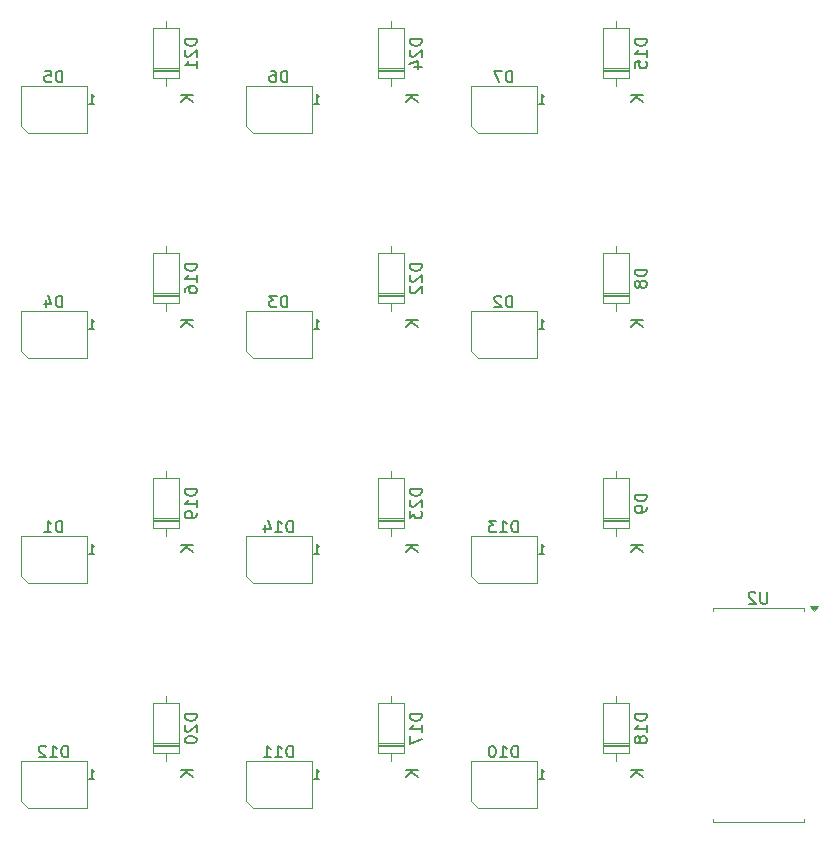
<source format=gbr>
%TF.GenerationSoftware,KiCad,Pcbnew,8.0.8*%
%TF.CreationDate,2025-02-19T23:36:16+01:00*%
%TF.ProjectId,Hackpad2.0,4861636b-7061-4643-922e-302e6b696361,rev?*%
%TF.SameCoordinates,Original*%
%TF.FileFunction,Legend,Bot*%
%TF.FilePolarity,Positive*%
%FSLAX46Y46*%
G04 Gerber Fmt 4.6, Leading zero omitted, Abs format (unit mm)*
G04 Created by KiCad (PCBNEW 8.0.8) date 2025-02-19 23:36:16*
%MOMM*%
%LPD*%
G01*
G04 APERTURE LIST*
%ADD10C,0.150000*%
%ADD11C,0.120000*%
G04 APERTURE END LIST*
D10*
X169262319Y-115466964D02*
X168262319Y-115466964D01*
X168262319Y-115466964D02*
X168262319Y-115705059D01*
X168262319Y-115705059D02*
X168309938Y-115847916D01*
X168309938Y-115847916D02*
X168405176Y-115943154D01*
X168405176Y-115943154D02*
X168500414Y-115990773D01*
X168500414Y-115990773D02*
X168690890Y-116038392D01*
X168690890Y-116038392D02*
X168833747Y-116038392D01*
X168833747Y-116038392D02*
X169024223Y-115990773D01*
X169024223Y-115990773D02*
X169119461Y-115943154D01*
X169119461Y-115943154D02*
X169214700Y-115847916D01*
X169214700Y-115847916D02*
X169262319Y-115705059D01*
X169262319Y-115705059D02*
X169262319Y-115466964D01*
X169262319Y-116990773D02*
X169262319Y-116419345D01*
X169262319Y-116705059D02*
X168262319Y-116705059D01*
X168262319Y-116705059D02*
X168405176Y-116609821D01*
X168405176Y-116609821D02*
X168500414Y-116514583D01*
X168500414Y-116514583D02*
X168548033Y-116419345D01*
X168690890Y-117562202D02*
X168643271Y-117466964D01*
X168643271Y-117466964D02*
X168595652Y-117419345D01*
X168595652Y-117419345D02*
X168500414Y-117371726D01*
X168500414Y-117371726D02*
X168452795Y-117371726D01*
X168452795Y-117371726D02*
X168357557Y-117419345D01*
X168357557Y-117419345D02*
X168309938Y-117466964D01*
X168309938Y-117466964D02*
X168262319Y-117562202D01*
X168262319Y-117562202D02*
X168262319Y-117752678D01*
X168262319Y-117752678D02*
X168309938Y-117847916D01*
X168309938Y-117847916D02*
X168357557Y-117895535D01*
X168357557Y-117895535D02*
X168452795Y-117943154D01*
X168452795Y-117943154D02*
X168500414Y-117943154D01*
X168500414Y-117943154D02*
X168595652Y-117895535D01*
X168595652Y-117895535D02*
X168643271Y-117847916D01*
X168643271Y-117847916D02*
X168690890Y-117752678D01*
X168690890Y-117752678D02*
X168690890Y-117562202D01*
X168690890Y-117562202D02*
X168738509Y-117466964D01*
X168738509Y-117466964D02*
X168786128Y-117419345D01*
X168786128Y-117419345D02*
X168881366Y-117371726D01*
X168881366Y-117371726D02*
X169071842Y-117371726D01*
X169071842Y-117371726D02*
X169167080Y-117419345D01*
X169167080Y-117419345D02*
X169214700Y-117466964D01*
X169214700Y-117466964D02*
X169262319Y-117562202D01*
X169262319Y-117562202D02*
X169262319Y-117752678D01*
X169262319Y-117752678D02*
X169214700Y-117847916D01*
X169214700Y-117847916D02*
X169167080Y-117895535D01*
X169167080Y-117895535D02*
X169071842Y-117943154D01*
X169071842Y-117943154D02*
X168881366Y-117943154D01*
X168881366Y-117943154D02*
X168786128Y-117895535D01*
X168786128Y-117895535D02*
X168738509Y-117847916D01*
X168738509Y-117847916D02*
X168690890Y-117752678D01*
X168942319Y-120229345D02*
X167942319Y-120229345D01*
X168942319Y-120800773D02*
X168370890Y-120372202D01*
X167942319Y-120800773D02*
X168513747Y-120229345D01*
X157900594Y-81048569D02*
X157900594Y-80048569D01*
X157900594Y-80048569D02*
X157662499Y-80048569D01*
X157662499Y-80048569D02*
X157519642Y-80096188D01*
X157519642Y-80096188D02*
X157424404Y-80191426D01*
X157424404Y-80191426D02*
X157376785Y-80286664D01*
X157376785Y-80286664D02*
X157329166Y-80477140D01*
X157329166Y-80477140D02*
X157329166Y-80619997D01*
X157329166Y-80619997D02*
X157376785Y-80810473D01*
X157376785Y-80810473D02*
X157424404Y-80905711D01*
X157424404Y-80905711D02*
X157519642Y-81000950D01*
X157519642Y-81000950D02*
X157662499Y-81048569D01*
X157662499Y-81048569D02*
X157900594Y-81048569D01*
X156948213Y-80143807D02*
X156900594Y-80096188D01*
X156900594Y-80096188D02*
X156805356Y-80048569D01*
X156805356Y-80048569D02*
X156567261Y-80048569D01*
X156567261Y-80048569D02*
X156472023Y-80096188D01*
X156472023Y-80096188D02*
X156424404Y-80143807D01*
X156424404Y-80143807D02*
X156376785Y-80239045D01*
X156376785Y-80239045D02*
X156376785Y-80334283D01*
X156376785Y-80334283D02*
X156424404Y-80477140D01*
X156424404Y-80477140D02*
X156995832Y-81048569D01*
X156995832Y-81048569D02*
X156376785Y-81048569D01*
X160133928Y-82831045D02*
X160591071Y-82831045D01*
X160362499Y-82831045D02*
X160362499Y-82031045D01*
X160362499Y-82031045D02*
X160438690Y-82145330D01*
X160438690Y-82145330D02*
X160514880Y-82221521D01*
X160514880Y-82221521D02*
X160591071Y-82259616D01*
X169262319Y-58316964D02*
X168262319Y-58316964D01*
X168262319Y-58316964D02*
X168262319Y-58555059D01*
X168262319Y-58555059D02*
X168309938Y-58697916D01*
X168309938Y-58697916D02*
X168405176Y-58793154D01*
X168405176Y-58793154D02*
X168500414Y-58840773D01*
X168500414Y-58840773D02*
X168690890Y-58888392D01*
X168690890Y-58888392D02*
X168833747Y-58888392D01*
X168833747Y-58888392D02*
X169024223Y-58840773D01*
X169024223Y-58840773D02*
X169119461Y-58793154D01*
X169119461Y-58793154D02*
X169214700Y-58697916D01*
X169214700Y-58697916D02*
X169262319Y-58555059D01*
X169262319Y-58555059D02*
X169262319Y-58316964D01*
X169262319Y-59840773D02*
X169262319Y-59269345D01*
X169262319Y-59555059D02*
X168262319Y-59555059D01*
X168262319Y-59555059D02*
X168405176Y-59459821D01*
X168405176Y-59459821D02*
X168500414Y-59364583D01*
X168500414Y-59364583D02*
X168548033Y-59269345D01*
X168262319Y-60745535D02*
X168262319Y-60269345D01*
X168262319Y-60269345D02*
X168738509Y-60221726D01*
X168738509Y-60221726D02*
X168690890Y-60269345D01*
X168690890Y-60269345D02*
X168643271Y-60364583D01*
X168643271Y-60364583D02*
X168643271Y-60602678D01*
X168643271Y-60602678D02*
X168690890Y-60697916D01*
X168690890Y-60697916D02*
X168738509Y-60745535D01*
X168738509Y-60745535D02*
X168833747Y-60793154D01*
X168833747Y-60793154D02*
X169071842Y-60793154D01*
X169071842Y-60793154D02*
X169167080Y-60745535D01*
X169167080Y-60745535D02*
X169214700Y-60697916D01*
X169214700Y-60697916D02*
X169262319Y-60602678D01*
X169262319Y-60602678D02*
X169262319Y-60364583D01*
X169262319Y-60364583D02*
X169214700Y-60269345D01*
X169214700Y-60269345D02*
X169167080Y-60221726D01*
X168942319Y-63079345D02*
X167942319Y-63079345D01*
X168942319Y-63650773D02*
X168370890Y-63222202D01*
X167942319Y-63650773D02*
X168513747Y-63079345D01*
X131162319Y-77366964D02*
X130162319Y-77366964D01*
X130162319Y-77366964D02*
X130162319Y-77605059D01*
X130162319Y-77605059D02*
X130209938Y-77747916D01*
X130209938Y-77747916D02*
X130305176Y-77843154D01*
X130305176Y-77843154D02*
X130400414Y-77890773D01*
X130400414Y-77890773D02*
X130590890Y-77938392D01*
X130590890Y-77938392D02*
X130733747Y-77938392D01*
X130733747Y-77938392D02*
X130924223Y-77890773D01*
X130924223Y-77890773D02*
X131019461Y-77843154D01*
X131019461Y-77843154D02*
X131114700Y-77747916D01*
X131114700Y-77747916D02*
X131162319Y-77605059D01*
X131162319Y-77605059D02*
X131162319Y-77366964D01*
X131162319Y-78890773D02*
X131162319Y-78319345D01*
X131162319Y-78605059D02*
X130162319Y-78605059D01*
X130162319Y-78605059D02*
X130305176Y-78509821D01*
X130305176Y-78509821D02*
X130400414Y-78414583D01*
X130400414Y-78414583D02*
X130448033Y-78319345D01*
X130162319Y-79747916D02*
X130162319Y-79557440D01*
X130162319Y-79557440D02*
X130209938Y-79462202D01*
X130209938Y-79462202D02*
X130257557Y-79414583D01*
X130257557Y-79414583D02*
X130400414Y-79319345D01*
X130400414Y-79319345D02*
X130590890Y-79271726D01*
X130590890Y-79271726D02*
X130971842Y-79271726D01*
X130971842Y-79271726D02*
X131067080Y-79319345D01*
X131067080Y-79319345D02*
X131114700Y-79366964D01*
X131114700Y-79366964D02*
X131162319Y-79462202D01*
X131162319Y-79462202D02*
X131162319Y-79652678D01*
X131162319Y-79652678D02*
X131114700Y-79747916D01*
X131114700Y-79747916D02*
X131067080Y-79795535D01*
X131067080Y-79795535D02*
X130971842Y-79843154D01*
X130971842Y-79843154D02*
X130733747Y-79843154D01*
X130733747Y-79843154D02*
X130638509Y-79795535D01*
X130638509Y-79795535D02*
X130590890Y-79747916D01*
X130590890Y-79747916D02*
X130543271Y-79652678D01*
X130543271Y-79652678D02*
X130543271Y-79462202D01*
X130543271Y-79462202D02*
X130590890Y-79366964D01*
X130590890Y-79366964D02*
X130638509Y-79319345D01*
X130638509Y-79319345D02*
X130733747Y-79271726D01*
X130842319Y-82129345D02*
X129842319Y-82129345D01*
X130842319Y-82700773D02*
X130270890Y-82272202D01*
X129842319Y-82700773D02*
X130413747Y-82129345D01*
X131162319Y-58316964D02*
X130162319Y-58316964D01*
X130162319Y-58316964D02*
X130162319Y-58555059D01*
X130162319Y-58555059D02*
X130209938Y-58697916D01*
X130209938Y-58697916D02*
X130305176Y-58793154D01*
X130305176Y-58793154D02*
X130400414Y-58840773D01*
X130400414Y-58840773D02*
X130590890Y-58888392D01*
X130590890Y-58888392D02*
X130733747Y-58888392D01*
X130733747Y-58888392D02*
X130924223Y-58840773D01*
X130924223Y-58840773D02*
X131019461Y-58793154D01*
X131019461Y-58793154D02*
X131114700Y-58697916D01*
X131114700Y-58697916D02*
X131162319Y-58555059D01*
X131162319Y-58555059D02*
X131162319Y-58316964D01*
X130257557Y-59269345D02*
X130209938Y-59316964D01*
X130209938Y-59316964D02*
X130162319Y-59412202D01*
X130162319Y-59412202D02*
X130162319Y-59650297D01*
X130162319Y-59650297D02*
X130209938Y-59745535D01*
X130209938Y-59745535D02*
X130257557Y-59793154D01*
X130257557Y-59793154D02*
X130352795Y-59840773D01*
X130352795Y-59840773D02*
X130448033Y-59840773D01*
X130448033Y-59840773D02*
X130590890Y-59793154D01*
X130590890Y-59793154D02*
X131162319Y-59221726D01*
X131162319Y-59221726D02*
X131162319Y-59840773D01*
X131162319Y-60793154D02*
X131162319Y-60221726D01*
X131162319Y-60507440D02*
X130162319Y-60507440D01*
X130162319Y-60507440D02*
X130305176Y-60412202D01*
X130305176Y-60412202D02*
X130400414Y-60316964D01*
X130400414Y-60316964D02*
X130448033Y-60221726D01*
X130842319Y-63079345D02*
X129842319Y-63079345D01*
X130842319Y-63650773D02*
X130270890Y-63222202D01*
X129842319Y-63650773D02*
X130413747Y-63079345D01*
X150212319Y-115466964D02*
X149212319Y-115466964D01*
X149212319Y-115466964D02*
X149212319Y-115705059D01*
X149212319Y-115705059D02*
X149259938Y-115847916D01*
X149259938Y-115847916D02*
X149355176Y-115943154D01*
X149355176Y-115943154D02*
X149450414Y-115990773D01*
X149450414Y-115990773D02*
X149640890Y-116038392D01*
X149640890Y-116038392D02*
X149783747Y-116038392D01*
X149783747Y-116038392D02*
X149974223Y-115990773D01*
X149974223Y-115990773D02*
X150069461Y-115943154D01*
X150069461Y-115943154D02*
X150164700Y-115847916D01*
X150164700Y-115847916D02*
X150212319Y-115705059D01*
X150212319Y-115705059D02*
X150212319Y-115466964D01*
X150212319Y-116990773D02*
X150212319Y-116419345D01*
X150212319Y-116705059D02*
X149212319Y-116705059D01*
X149212319Y-116705059D02*
X149355176Y-116609821D01*
X149355176Y-116609821D02*
X149450414Y-116514583D01*
X149450414Y-116514583D02*
X149498033Y-116419345D01*
X149212319Y-117324107D02*
X149212319Y-117990773D01*
X149212319Y-117990773D02*
X150212319Y-117562202D01*
X149892319Y-120229345D02*
X148892319Y-120229345D01*
X149892319Y-120800773D02*
X149320890Y-120372202D01*
X148892319Y-120800773D02*
X149463747Y-120229345D01*
X150212319Y-77366964D02*
X149212319Y-77366964D01*
X149212319Y-77366964D02*
X149212319Y-77605059D01*
X149212319Y-77605059D02*
X149259938Y-77747916D01*
X149259938Y-77747916D02*
X149355176Y-77843154D01*
X149355176Y-77843154D02*
X149450414Y-77890773D01*
X149450414Y-77890773D02*
X149640890Y-77938392D01*
X149640890Y-77938392D02*
X149783747Y-77938392D01*
X149783747Y-77938392D02*
X149974223Y-77890773D01*
X149974223Y-77890773D02*
X150069461Y-77843154D01*
X150069461Y-77843154D02*
X150164700Y-77747916D01*
X150164700Y-77747916D02*
X150212319Y-77605059D01*
X150212319Y-77605059D02*
X150212319Y-77366964D01*
X149307557Y-78319345D02*
X149259938Y-78366964D01*
X149259938Y-78366964D02*
X149212319Y-78462202D01*
X149212319Y-78462202D02*
X149212319Y-78700297D01*
X149212319Y-78700297D02*
X149259938Y-78795535D01*
X149259938Y-78795535D02*
X149307557Y-78843154D01*
X149307557Y-78843154D02*
X149402795Y-78890773D01*
X149402795Y-78890773D02*
X149498033Y-78890773D01*
X149498033Y-78890773D02*
X149640890Y-78843154D01*
X149640890Y-78843154D02*
X150212319Y-78271726D01*
X150212319Y-78271726D02*
X150212319Y-78890773D01*
X149307557Y-79271726D02*
X149259938Y-79319345D01*
X149259938Y-79319345D02*
X149212319Y-79414583D01*
X149212319Y-79414583D02*
X149212319Y-79652678D01*
X149212319Y-79652678D02*
X149259938Y-79747916D01*
X149259938Y-79747916D02*
X149307557Y-79795535D01*
X149307557Y-79795535D02*
X149402795Y-79843154D01*
X149402795Y-79843154D02*
X149498033Y-79843154D01*
X149498033Y-79843154D02*
X149640890Y-79795535D01*
X149640890Y-79795535D02*
X150212319Y-79224107D01*
X150212319Y-79224107D02*
X150212319Y-79843154D01*
X149892319Y-82129345D02*
X148892319Y-82129345D01*
X149892319Y-82700773D02*
X149320890Y-82272202D01*
X148892319Y-82700773D02*
X149463747Y-82129345D01*
X179468154Y-105124819D02*
X179468154Y-105934342D01*
X179468154Y-105934342D02*
X179420535Y-106029580D01*
X179420535Y-106029580D02*
X179372916Y-106077200D01*
X179372916Y-106077200D02*
X179277678Y-106124819D01*
X179277678Y-106124819D02*
X179087202Y-106124819D01*
X179087202Y-106124819D02*
X178991964Y-106077200D01*
X178991964Y-106077200D02*
X178944345Y-106029580D01*
X178944345Y-106029580D02*
X178896726Y-105934342D01*
X178896726Y-105934342D02*
X178896726Y-105124819D01*
X178468154Y-105220057D02*
X178420535Y-105172438D01*
X178420535Y-105172438D02*
X178325297Y-105124819D01*
X178325297Y-105124819D02*
X178087202Y-105124819D01*
X178087202Y-105124819D02*
X177991964Y-105172438D01*
X177991964Y-105172438D02*
X177944345Y-105220057D01*
X177944345Y-105220057D02*
X177896726Y-105315295D01*
X177896726Y-105315295D02*
X177896726Y-105410533D01*
X177896726Y-105410533D02*
X177944345Y-105553390D01*
X177944345Y-105553390D02*
X178515773Y-106124819D01*
X178515773Y-106124819D02*
X177896726Y-106124819D01*
X131162319Y-115466964D02*
X130162319Y-115466964D01*
X130162319Y-115466964D02*
X130162319Y-115705059D01*
X130162319Y-115705059D02*
X130209938Y-115847916D01*
X130209938Y-115847916D02*
X130305176Y-115943154D01*
X130305176Y-115943154D02*
X130400414Y-115990773D01*
X130400414Y-115990773D02*
X130590890Y-116038392D01*
X130590890Y-116038392D02*
X130733747Y-116038392D01*
X130733747Y-116038392D02*
X130924223Y-115990773D01*
X130924223Y-115990773D02*
X131019461Y-115943154D01*
X131019461Y-115943154D02*
X131114700Y-115847916D01*
X131114700Y-115847916D02*
X131162319Y-115705059D01*
X131162319Y-115705059D02*
X131162319Y-115466964D01*
X130257557Y-116419345D02*
X130209938Y-116466964D01*
X130209938Y-116466964D02*
X130162319Y-116562202D01*
X130162319Y-116562202D02*
X130162319Y-116800297D01*
X130162319Y-116800297D02*
X130209938Y-116895535D01*
X130209938Y-116895535D02*
X130257557Y-116943154D01*
X130257557Y-116943154D02*
X130352795Y-116990773D01*
X130352795Y-116990773D02*
X130448033Y-116990773D01*
X130448033Y-116990773D02*
X130590890Y-116943154D01*
X130590890Y-116943154D02*
X131162319Y-116371726D01*
X131162319Y-116371726D02*
X131162319Y-116990773D01*
X130162319Y-117609821D02*
X130162319Y-117705059D01*
X130162319Y-117705059D02*
X130209938Y-117800297D01*
X130209938Y-117800297D02*
X130257557Y-117847916D01*
X130257557Y-117847916D02*
X130352795Y-117895535D01*
X130352795Y-117895535D02*
X130543271Y-117943154D01*
X130543271Y-117943154D02*
X130781366Y-117943154D01*
X130781366Y-117943154D02*
X130971842Y-117895535D01*
X130971842Y-117895535D02*
X131067080Y-117847916D01*
X131067080Y-117847916D02*
X131114700Y-117800297D01*
X131114700Y-117800297D02*
X131162319Y-117705059D01*
X131162319Y-117705059D02*
X131162319Y-117609821D01*
X131162319Y-117609821D02*
X131114700Y-117514583D01*
X131114700Y-117514583D02*
X131067080Y-117466964D01*
X131067080Y-117466964D02*
X130971842Y-117419345D01*
X130971842Y-117419345D02*
X130781366Y-117371726D01*
X130781366Y-117371726D02*
X130543271Y-117371726D01*
X130543271Y-117371726D02*
X130352795Y-117419345D01*
X130352795Y-117419345D02*
X130257557Y-117466964D01*
X130257557Y-117466964D02*
X130209938Y-117514583D01*
X130209938Y-117514583D02*
X130162319Y-117609821D01*
X130842319Y-120229345D02*
X129842319Y-120229345D01*
X130842319Y-120800773D02*
X130270890Y-120372202D01*
X129842319Y-120800773D02*
X130413747Y-120229345D01*
X119800594Y-81048569D02*
X119800594Y-80048569D01*
X119800594Y-80048569D02*
X119562499Y-80048569D01*
X119562499Y-80048569D02*
X119419642Y-80096188D01*
X119419642Y-80096188D02*
X119324404Y-80191426D01*
X119324404Y-80191426D02*
X119276785Y-80286664D01*
X119276785Y-80286664D02*
X119229166Y-80477140D01*
X119229166Y-80477140D02*
X119229166Y-80619997D01*
X119229166Y-80619997D02*
X119276785Y-80810473D01*
X119276785Y-80810473D02*
X119324404Y-80905711D01*
X119324404Y-80905711D02*
X119419642Y-81000950D01*
X119419642Y-81000950D02*
X119562499Y-81048569D01*
X119562499Y-81048569D02*
X119800594Y-81048569D01*
X118372023Y-80381902D02*
X118372023Y-81048569D01*
X118610118Y-80000950D02*
X118848213Y-80715235D01*
X118848213Y-80715235D02*
X118229166Y-80715235D01*
X122033928Y-82831045D02*
X122491071Y-82831045D01*
X122262499Y-82831045D02*
X122262499Y-82031045D01*
X122262499Y-82031045D02*
X122338690Y-82145330D01*
X122338690Y-82145330D02*
X122414880Y-82221521D01*
X122414880Y-82221521D02*
X122491071Y-82259616D01*
X139326785Y-100098569D02*
X139326785Y-99098569D01*
X139326785Y-99098569D02*
X139088690Y-99098569D01*
X139088690Y-99098569D02*
X138945833Y-99146188D01*
X138945833Y-99146188D02*
X138850595Y-99241426D01*
X138850595Y-99241426D02*
X138802976Y-99336664D01*
X138802976Y-99336664D02*
X138755357Y-99527140D01*
X138755357Y-99527140D02*
X138755357Y-99669997D01*
X138755357Y-99669997D02*
X138802976Y-99860473D01*
X138802976Y-99860473D02*
X138850595Y-99955711D01*
X138850595Y-99955711D02*
X138945833Y-100050950D01*
X138945833Y-100050950D02*
X139088690Y-100098569D01*
X139088690Y-100098569D02*
X139326785Y-100098569D01*
X137802976Y-100098569D02*
X138374404Y-100098569D01*
X138088690Y-100098569D02*
X138088690Y-99098569D01*
X138088690Y-99098569D02*
X138183928Y-99241426D01*
X138183928Y-99241426D02*
X138279166Y-99336664D01*
X138279166Y-99336664D02*
X138374404Y-99384283D01*
X136945833Y-99431902D02*
X136945833Y-100098569D01*
X137183928Y-99050950D02*
X137422023Y-99765235D01*
X137422023Y-99765235D02*
X136802976Y-99765235D01*
X141083928Y-101881045D02*
X141541071Y-101881045D01*
X141312499Y-101881045D02*
X141312499Y-101081045D01*
X141312499Y-101081045D02*
X141388690Y-101195330D01*
X141388690Y-101195330D02*
X141464880Y-101271521D01*
X141464880Y-101271521D02*
X141541071Y-101309616D01*
X119800594Y-100098569D02*
X119800594Y-99098569D01*
X119800594Y-99098569D02*
X119562499Y-99098569D01*
X119562499Y-99098569D02*
X119419642Y-99146188D01*
X119419642Y-99146188D02*
X119324404Y-99241426D01*
X119324404Y-99241426D02*
X119276785Y-99336664D01*
X119276785Y-99336664D02*
X119229166Y-99527140D01*
X119229166Y-99527140D02*
X119229166Y-99669997D01*
X119229166Y-99669997D02*
X119276785Y-99860473D01*
X119276785Y-99860473D02*
X119324404Y-99955711D01*
X119324404Y-99955711D02*
X119419642Y-100050950D01*
X119419642Y-100050950D02*
X119562499Y-100098569D01*
X119562499Y-100098569D02*
X119800594Y-100098569D01*
X118276785Y-100098569D02*
X118848213Y-100098569D01*
X118562499Y-100098569D02*
X118562499Y-99098569D01*
X118562499Y-99098569D02*
X118657737Y-99241426D01*
X118657737Y-99241426D02*
X118752975Y-99336664D01*
X118752975Y-99336664D02*
X118848213Y-99384283D01*
X122033928Y-101881045D02*
X122491071Y-101881045D01*
X122262499Y-101881045D02*
X122262499Y-101081045D01*
X122262499Y-101081045D02*
X122338690Y-101195330D01*
X122338690Y-101195330D02*
X122414880Y-101271521D01*
X122414880Y-101271521D02*
X122491071Y-101309616D01*
X150212319Y-96416964D02*
X149212319Y-96416964D01*
X149212319Y-96416964D02*
X149212319Y-96655059D01*
X149212319Y-96655059D02*
X149259938Y-96797916D01*
X149259938Y-96797916D02*
X149355176Y-96893154D01*
X149355176Y-96893154D02*
X149450414Y-96940773D01*
X149450414Y-96940773D02*
X149640890Y-96988392D01*
X149640890Y-96988392D02*
X149783747Y-96988392D01*
X149783747Y-96988392D02*
X149974223Y-96940773D01*
X149974223Y-96940773D02*
X150069461Y-96893154D01*
X150069461Y-96893154D02*
X150164700Y-96797916D01*
X150164700Y-96797916D02*
X150212319Y-96655059D01*
X150212319Y-96655059D02*
X150212319Y-96416964D01*
X149307557Y-97369345D02*
X149259938Y-97416964D01*
X149259938Y-97416964D02*
X149212319Y-97512202D01*
X149212319Y-97512202D02*
X149212319Y-97750297D01*
X149212319Y-97750297D02*
X149259938Y-97845535D01*
X149259938Y-97845535D02*
X149307557Y-97893154D01*
X149307557Y-97893154D02*
X149402795Y-97940773D01*
X149402795Y-97940773D02*
X149498033Y-97940773D01*
X149498033Y-97940773D02*
X149640890Y-97893154D01*
X149640890Y-97893154D02*
X150212319Y-97321726D01*
X150212319Y-97321726D02*
X150212319Y-97940773D01*
X149212319Y-98274107D02*
X149212319Y-98893154D01*
X149212319Y-98893154D02*
X149593271Y-98559821D01*
X149593271Y-98559821D02*
X149593271Y-98702678D01*
X149593271Y-98702678D02*
X149640890Y-98797916D01*
X149640890Y-98797916D02*
X149688509Y-98845535D01*
X149688509Y-98845535D02*
X149783747Y-98893154D01*
X149783747Y-98893154D02*
X150021842Y-98893154D01*
X150021842Y-98893154D02*
X150117080Y-98845535D01*
X150117080Y-98845535D02*
X150164700Y-98797916D01*
X150164700Y-98797916D02*
X150212319Y-98702678D01*
X150212319Y-98702678D02*
X150212319Y-98416964D01*
X150212319Y-98416964D02*
X150164700Y-98321726D01*
X150164700Y-98321726D02*
X150117080Y-98274107D01*
X149892319Y-101179345D02*
X148892319Y-101179345D01*
X149892319Y-101750773D02*
X149320890Y-101322202D01*
X148892319Y-101750773D02*
X149463747Y-101179345D01*
X158376785Y-119148569D02*
X158376785Y-118148569D01*
X158376785Y-118148569D02*
X158138690Y-118148569D01*
X158138690Y-118148569D02*
X157995833Y-118196188D01*
X157995833Y-118196188D02*
X157900595Y-118291426D01*
X157900595Y-118291426D02*
X157852976Y-118386664D01*
X157852976Y-118386664D02*
X157805357Y-118577140D01*
X157805357Y-118577140D02*
X157805357Y-118719997D01*
X157805357Y-118719997D02*
X157852976Y-118910473D01*
X157852976Y-118910473D02*
X157900595Y-119005711D01*
X157900595Y-119005711D02*
X157995833Y-119100950D01*
X157995833Y-119100950D02*
X158138690Y-119148569D01*
X158138690Y-119148569D02*
X158376785Y-119148569D01*
X156852976Y-119148569D02*
X157424404Y-119148569D01*
X157138690Y-119148569D02*
X157138690Y-118148569D01*
X157138690Y-118148569D02*
X157233928Y-118291426D01*
X157233928Y-118291426D02*
X157329166Y-118386664D01*
X157329166Y-118386664D02*
X157424404Y-118434283D01*
X156233928Y-118148569D02*
X156138690Y-118148569D01*
X156138690Y-118148569D02*
X156043452Y-118196188D01*
X156043452Y-118196188D02*
X155995833Y-118243807D01*
X155995833Y-118243807D02*
X155948214Y-118339045D01*
X155948214Y-118339045D02*
X155900595Y-118529521D01*
X155900595Y-118529521D02*
X155900595Y-118767616D01*
X155900595Y-118767616D02*
X155948214Y-118958092D01*
X155948214Y-118958092D02*
X155995833Y-119053330D01*
X155995833Y-119053330D02*
X156043452Y-119100950D01*
X156043452Y-119100950D02*
X156138690Y-119148569D01*
X156138690Y-119148569D02*
X156233928Y-119148569D01*
X156233928Y-119148569D02*
X156329166Y-119100950D01*
X156329166Y-119100950D02*
X156376785Y-119053330D01*
X156376785Y-119053330D02*
X156424404Y-118958092D01*
X156424404Y-118958092D02*
X156472023Y-118767616D01*
X156472023Y-118767616D02*
X156472023Y-118529521D01*
X156472023Y-118529521D02*
X156424404Y-118339045D01*
X156424404Y-118339045D02*
X156376785Y-118243807D01*
X156376785Y-118243807D02*
X156329166Y-118196188D01*
X156329166Y-118196188D02*
X156233928Y-118148569D01*
X160133928Y-120931045D02*
X160591071Y-120931045D01*
X160362499Y-120931045D02*
X160362499Y-120131045D01*
X160362499Y-120131045D02*
X160438690Y-120245330D01*
X160438690Y-120245330D02*
X160514880Y-120321521D01*
X160514880Y-120321521D02*
X160591071Y-120359616D01*
X158376785Y-100098569D02*
X158376785Y-99098569D01*
X158376785Y-99098569D02*
X158138690Y-99098569D01*
X158138690Y-99098569D02*
X157995833Y-99146188D01*
X157995833Y-99146188D02*
X157900595Y-99241426D01*
X157900595Y-99241426D02*
X157852976Y-99336664D01*
X157852976Y-99336664D02*
X157805357Y-99527140D01*
X157805357Y-99527140D02*
X157805357Y-99669997D01*
X157805357Y-99669997D02*
X157852976Y-99860473D01*
X157852976Y-99860473D02*
X157900595Y-99955711D01*
X157900595Y-99955711D02*
X157995833Y-100050950D01*
X157995833Y-100050950D02*
X158138690Y-100098569D01*
X158138690Y-100098569D02*
X158376785Y-100098569D01*
X156852976Y-100098569D02*
X157424404Y-100098569D01*
X157138690Y-100098569D02*
X157138690Y-99098569D01*
X157138690Y-99098569D02*
X157233928Y-99241426D01*
X157233928Y-99241426D02*
X157329166Y-99336664D01*
X157329166Y-99336664D02*
X157424404Y-99384283D01*
X156519642Y-99098569D02*
X155900595Y-99098569D01*
X155900595Y-99098569D02*
X156233928Y-99479521D01*
X156233928Y-99479521D02*
X156091071Y-99479521D01*
X156091071Y-99479521D02*
X155995833Y-99527140D01*
X155995833Y-99527140D02*
X155948214Y-99574759D01*
X155948214Y-99574759D02*
X155900595Y-99669997D01*
X155900595Y-99669997D02*
X155900595Y-99908092D01*
X155900595Y-99908092D02*
X155948214Y-100003330D01*
X155948214Y-100003330D02*
X155995833Y-100050950D01*
X155995833Y-100050950D02*
X156091071Y-100098569D01*
X156091071Y-100098569D02*
X156376785Y-100098569D01*
X156376785Y-100098569D02*
X156472023Y-100050950D01*
X156472023Y-100050950D02*
X156519642Y-100003330D01*
X160133928Y-101881045D02*
X160591071Y-101881045D01*
X160362499Y-101881045D02*
X160362499Y-101081045D01*
X160362499Y-101081045D02*
X160438690Y-101195330D01*
X160438690Y-101195330D02*
X160514880Y-101271521D01*
X160514880Y-101271521D02*
X160591071Y-101309616D01*
X169262319Y-77843155D02*
X168262319Y-77843155D01*
X168262319Y-77843155D02*
X168262319Y-78081250D01*
X168262319Y-78081250D02*
X168309938Y-78224107D01*
X168309938Y-78224107D02*
X168405176Y-78319345D01*
X168405176Y-78319345D02*
X168500414Y-78366964D01*
X168500414Y-78366964D02*
X168690890Y-78414583D01*
X168690890Y-78414583D02*
X168833747Y-78414583D01*
X168833747Y-78414583D02*
X169024223Y-78366964D01*
X169024223Y-78366964D02*
X169119461Y-78319345D01*
X169119461Y-78319345D02*
X169214700Y-78224107D01*
X169214700Y-78224107D02*
X169262319Y-78081250D01*
X169262319Y-78081250D02*
X169262319Y-77843155D01*
X168690890Y-78986012D02*
X168643271Y-78890774D01*
X168643271Y-78890774D02*
X168595652Y-78843155D01*
X168595652Y-78843155D02*
X168500414Y-78795536D01*
X168500414Y-78795536D02*
X168452795Y-78795536D01*
X168452795Y-78795536D02*
X168357557Y-78843155D01*
X168357557Y-78843155D02*
X168309938Y-78890774D01*
X168309938Y-78890774D02*
X168262319Y-78986012D01*
X168262319Y-78986012D02*
X168262319Y-79176488D01*
X168262319Y-79176488D02*
X168309938Y-79271726D01*
X168309938Y-79271726D02*
X168357557Y-79319345D01*
X168357557Y-79319345D02*
X168452795Y-79366964D01*
X168452795Y-79366964D02*
X168500414Y-79366964D01*
X168500414Y-79366964D02*
X168595652Y-79319345D01*
X168595652Y-79319345D02*
X168643271Y-79271726D01*
X168643271Y-79271726D02*
X168690890Y-79176488D01*
X168690890Y-79176488D02*
X168690890Y-78986012D01*
X168690890Y-78986012D02*
X168738509Y-78890774D01*
X168738509Y-78890774D02*
X168786128Y-78843155D01*
X168786128Y-78843155D02*
X168881366Y-78795536D01*
X168881366Y-78795536D02*
X169071842Y-78795536D01*
X169071842Y-78795536D02*
X169167080Y-78843155D01*
X169167080Y-78843155D02*
X169214700Y-78890774D01*
X169214700Y-78890774D02*
X169262319Y-78986012D01*
X169262319Y-78986012D02*
X169262319Y-79176488D01*
X169262319Y-79176488D02*
X169214700Y-79271726D01*
X169214700Y-79271726D02*
X169167080Y-79319345D01*
X169167080Y-79319345D02*
X169071842Y-79366964D01*
X169071842Y-79366964D02*
X168881366Y-79366964D01*
X168881366Y-79366964D02*
X168786128Y-79319345D01*
X168786128Y-79319345D02*
X168738509Y-79271726D01*
X168738509Y-79271726D02*
X168690890Y-79176488D01*
X168942319Y-82129345D02*
X167942319Y-82129345D01*
X168942319Y-82700773D02*
X168370890Y-82272202D01*
X167942319Y-82700773D02*
X168513747Y-82129345D01*
X169262319Y-96893155D02*
X168262319Y-96893155D01*
X168262319Y-96893155D02*
X168262319Y-97131250D01*
X168262319Y-97131250D02*
X168309938Y-97274107D01*
X168309938Y-97274107D02*
X168405176Y-97369345D01*
X168405176Y-97369345D02*
X168500414Y-97416964D01*
X168500414Y-97416964D02*
X168690890Y-97464583D01*
X168690890Y-97464583D02*
X168833747Y-97464583D01*
X168833747Y-97464583D02*
X169024223Y-97416964D01*
X169024223Y-97416964D02*
X169119461Y-97369345D01*
X169119461Y-97369345D02*
X169214700Y-97274107D01*
X169214700Y-97274107D02*
X169262319Y-97131250D01*
X169262319Y-97131250D02*
X169262319Y-96893155D01*
X169262319Y-97940774D02*
X169262319Y-98131250D01*
X169262319Y-98131250D02*
X169214700Y-98226488D01*
X169214700Y-98226488D02*
X169167080Y-98274107D01*
X169167080Y-98274107D02*
X169024223Y-98369345D01*
X169024223Y-98369345D02*
X168833747Y-98416964D01*
X168833747Y-98416964D02*
X168452795Y-98416964D01*
X168452795Y-98416964D02*
X168357557Y-98369345D01*
X168357557Y-98369345D02*
X168309938Y-98321726D01*
X168309938Y-98321726D02*
X168262319Y-98226488D01*
X168262319Y-98226488D02*
X168262319Y-98036012D01*
X168262319Y-98036012D02*
X168309938Y-97940774D01*
X168309938Y-97940774D02*
X168357557Y-97893155D01*
X168357557Y-97893155D02*
X168452795Y-97845536D01*
X168452795Y-97845536D02*
X168690890Y-97845536D01*
X168690890Y-97845536D02*
X168786128Y-97893155D01*
X168786128Y-97893155D02*
X168833747Y-97940774D01*
X168833747Y-97940774D02*
X168881366Y-98036012D01*
X168881366Y-98036012D02*
X168881366Y-98226488D01*
X168881366Y-98226488D02*
X168833747Y-98321726D01*
X168833747Y-98321726D02*
X168786128Y-98369345D01*
X168786128Y-98369345D02*
X168690890Y-98416964D01*
X168942319Y-101179345D02*
X167942319Y-101179345D01*
X168942319Y-101750773D02*
X168370890Y-101322202D01*
X167942319Y-101750773D02*
X168513747Y-101179345D01*
X139326785Y-119148569D02*
X139326785Y-118148569D01*
X139326785Y-118148569D02*
X139088690Y-118148569D01*
X139088690Y-118148569D02*
X138945833Y-118196188D01*
X138945833Y-118196188D02*
X138850595Y-118291426D01*
X138850595Y-118291426D02*
X138802976Y-118386664D01*
X138802976Y-118386664D02*
X138755357Y-118577140D01*
X138755357Y-118577140D02*
X138755357Y-118719997D01*
X138755357Y-118719997D02*
X138802976Y-118910473D01*
X138802976Y-118910473D02*
X138850595Y-119005711D01*
X138850595Y-119005711D02*
X138945833Y-119100950D01*
X138945833Y-119100950D02*
X139088690Y-119148569D01*
X139088690Y-119148569D02*
X139326785Y-119148569D01*
X137802976Y-119148569D02*
X138374404Y-119148569D01*
X138088690Y-119148569D02*
X138088690Y-118148569D01*
X138088690Y-118148569D02*
X138183928Y-118291426D01*
X138183928Y-118291426D02*
X138279166Y-118386664D01*
X138279166Y-118386664D02*
X138374404Y-118434283D01*
X136850595Y-119148569D02*
X137422023Y-119148569D01*
X137136309Y-119148569D02*
X137136309Y-118148569D01*
X137136309Y-118148569D02*
X137231547Y-118291426D01*
X137231547Y-118291426D02*
X137326785Y-118386664D01*
X137326785Y-118386664D02*
X137422023Y-118434283D01*
X141083928Y-120931045D02*
X141541071Y-120931045D01*
X141312499Y-120931045D02*
X141312499Y-120131045D01*
X141312499Y-120131045D02*
X141388690Y-120245330D01*
X141388690Y-120245330D02*
X141464880Y-120321521D01*
X141464880Y-120321521D02*
X141541071Y-120359616D01*
X138850594Y-61998569D02*
X138850594Y-60998569D01*
X138850594Y-60998569D02*
X138612499Y-60998569D01*
X138612499Y-60998569D02*
X138469642Y-61046188D01*
X138469642Y-61046188D02*
X138374404Y-61141426D01*
X138374404Y-61141426D02*
X138326785Y-61236664D01*
X138326785Y-61236664D02*
X138279166Y-61427140D01*
X138279166Y-61427140D02*
X138279166Y-61569997D01*
X138279166Y-61569997D02*
X138326785Y-61760473D01*
X138326785Y-61760473D02*
X138374404Y-61855711D01*
X138374404Y-61855711D02*
X138469642Y-61950950D01*
X138469642Y-61950950D02*
X138612499Y-61998569D01*
X138612499Y-61998569D02*
X138850594Y-61998569D01*
X137422023Y-60998569D02*
X137612499Y-60998569D01*
X137612499Y-60998569D02*
X137707737Y-61046188D01*
X137707737Y-61046188D02*
X137755356Y-61093807D01*
X137755356Y-61093807D02*
X137850594Y-61236664D01*
X137850594Y-61236664D02*
X137898213Y-61427140D01*
X137898213Y-61427140D02*
X137898213Y-61808092D01*
X137898213Y-61808092D02*
X137850594Y-61903330D01*
X137850594Y-61903330D02*
X137802975Y-61950950D01*
X137802975Y-61950950D02*
X137707737Y-61998569D01*
X137707737Y-61998569D02*
X137517261Y-61998569D01*
X137517261Y-61998569D02*
X137422023Y-61950950D01*
X137422023Y-61950950D02*
X137374404Y-61903330D01*
X137374404Y-61903330D02*
X137326785Y-61808092D01*
X137326785Y-61808092D02*
X137326785Y-61569997D01*
X137326785Y-61569997D02*
X137374404Y-61474759D01*
X137374404Y-61474759D02*
X137422023Y-61427140D01*
X137422023Y-61427140D02*
X137517261Y-61379521D01*
X137517261Y-61379521D02*
X137707737Y-61379521D01*
X137707737Y-61379521D02*
X137802975Y-61427140D01*
X137802975Y-61427140D02*
X137850594Y-61474759D01*
X137850594Y-61474759D02*
X137898213Y-61569997D01*
X141083928Y-63781045D02*
X141541071Y-63781045D01*
X141312499Y-63781045D02*
X141312499Y-62981045D01*
X141312499Y-62981045D02*
X141388690Y-63095330D01*
X141388690Y-63095330D02*
X141464880Y-63171521D01*
X141464880Y-63171521D02*
X141541071Y-63209616D01*
X119800594Y-61998569D02*
X119800594Y-60998569D01*
X119800594Y-60998569D02*
X119562499Y-60998569D01*
X119562499Y-60998569D02*
X119419642Y-61046188D01*
X119419642Y-61046188D02*
X119324404Y-61141426D01*
X119324404Y-61141426D02*
X119276785Y-61236664D01*
X119276785Y-61236664D02*
X119229166Y-61427140D01*
X119229166Y-61427140D02*
X119229166Y-61569997D01*
X119229166Y-61569997D02*
X119276785Y-61760473D01*
X119276785Y-61760473D02*
X119324404Y-61855711D01*
X119324404Y-61855711D02*
X119419642Y-61950950D01*
X119419642Y-61950950D02*
X119562499Y-61998569D01*
X119562499Y-61998569D02*
X119800594Y-61998569D01*
X118324404Y-60998569D02*
X118800594Y-60998569D01*
X118800594Y-60998569D02*
X118848213Y-61474759D01*
X118848213Y-61474759D02*
X118800594Y-61427140D01*
X118800594Y-61427140D02*
X118705356Y-61379521D01*
X118705356Y-61379521D02*
X118467261Y-61379521D01*
X118467261Y-61379521D02*
X118372023Y-61427140D01*
X118372023Y-61427140D02*
X118324404Y-61474759D01*
X118324404Y-61474759D02*
X118276785Y-61569997D01*
X118276785Y-61569997D02*
X118276785Y-61808092D01*
X118276785Y-61808092D02*
X118324404Y-61903330D01*
X118324404Y-61903330D02*
X118372023Y-61950950D01*
X118372023Y-61950950D02*
X118467261Y-61998569D01*
X118467261Y-61998569D02*
X118705356Y-61998569D01*
X118705356Y-61998569D02*
X118800594Y-61950950D01*
X118800594Y-61950950D02*
X118848213Y-61903330D01*
X122033928Y-63781045D02*
X122491071Y-63781045D01*
X122262499Y-63781045D02*
X122262499Y-62981045D01*
X122262499Y-62981045D02*
X122338690Y-63095330D01*
X122338690Y-63095330D02*
X122414880Y-63171521D01*
X122414880Y-63171521D02*
X122491071Y-63209616D01*
X150212319Y-58316964D02*
X149212319Y-58316964D01*
X149212319Y-58316964D02*
X149212319Y-58555059D01*
X149212319Y-58555059D02*
X149259938Y-58697916D01*
X149259938Y-58697916D02*
X149355176Y-58793154D01*
X149355176Y-58793154D02*
X149450414Y-58840773D01*
X149450414Y-58840773D02*
X149640890Y-58888392D01*
X149640890Y-58888392D02*
X149783747Y-58888392D01*
X149783747Y-58888392D02*
X149974223Y-58840773D01*
X149974223Y-58840773D02*
X150069461Y-58793154D01*
X150069461Y-58793154D02*
X150164700Y-58697916D01*
X150164700Y-58697916D02*
X150212319Y-58555059D01*
X150212319Y-58555059D02*
X150212319Y-58316964D01*
X149307557Y-59269345D02*
X149259938Y-59316964D01*
X149259938Y-59316964D02*
X149212319Y-59412202D01*
X149212319Y-59412202D02*
X149212319Y-59650297D01*
X149212319Y-59650297D02*
X149259938Y-59745535D01*
X149259938Y-59745535D02*
X149307557Y-59793154D01*
X149307557Y-59793154D02*
X149402795Y-59840773D01*
X149402795Y-59840773D02*
X149498033Y-59840773D01*
X149498033Y-59840773D02*
X149640890Y-59793154D01*
X149640890Y-59793154D02*
X150212319Y-59221726D01*
X150212319Y-59221726D02*
X150212319Y-59840773D01*
X149545652Y-60697916D02*
X150212319Y-60697916D01*
X149164700Y-60459821D02*
X149878985Y-60221726D01*
X149878985Y-60221726D02*
X149878985Y-60840773D01*
X149892319Y-63079345D02*
X148892319Y-63079345D01*
X149892319Y-63650773D02*
X149320890Y-63222202D01*
X148892319Y-63650773D02*
X149463747Y-63079345D01*
X157900594Y-61998569D02*
X157900594Y-60998569D01*
X157900594Y-60998569D02*
X157662499Y-60998569D01*
X157662499Y-60998569D02*
X157519642Y-61046188D01*
X157519642Y-61046188D02*
X157424404Y-61141426D01*
X157424404Y-61141426D02*
X157376785Y-61236664D01*
X157376785Y-61236664D02*
X157329166Y-61427140D01*
X157329166Y-61427140D02*
X157329166Y-61569997D01*
X157329166Y-61569997D02*
X157376785Y-61760473D01*
X157376785Y-61760473D02*
X157424404Y-61855711D01*
X157424404Y-61855711D02*
X157519642Y-61950950D01*
X157519642Y-61950950D02*
X157662499Y-61998569D01*
X157662499Y-61998569D02*
X157900594Y-61998569D01*
X156995832Y-60998569D02*
X156329166Y-60998569D01*
X156329166Y-60998569D02*
X156757737Y-61998569D01*
X160133928Y-63781045D02*
X160591071Y-63781045D01*
X160362499Y-63781045D02*
X160362499Y-62981045D01*
X160362499Y-62981045D02*
X160438690Y-63095330D01*
X160438690Y-63095330D02*
X160514880Y-63171521D01*
X160514880Y-63171521D02*
X160591071Y-63209616D01*
X138850594Y-81048569D02*
X138850594Y-80048569D01*
X138850594Y-80048569D02*
X138612499Y-80048569D01*
X138612499Y-80048569D02*
X138469642Y-80096188D01*
X138469642Y-80096188D02*
X138374404Y-80191426D01*
X138374404Y-80191426D02*
X138326785Y-80286664D01*
X138326785Y-80286664D02*
X138279166Y-80477140D01*
X138279166Y-80477140D02*
X138279166Y-80619997D01*
X138279166Y-80619997D02*
X138326785Y-80810473D01*
X138326785Y-80810473D02*
X138374404Y-80905711D01*
X138374404Y-80905711D02*
X138469642Y-81000950D01*
X138469642Y-81000950D02*
X138612499Y-81048569D01*
X138612499Y-81048569D02*
X138850594Y-81048569D01*
X137945832Y-80048569D02*
X137326785Y-80048569D01*
X137326785Y-80048569D02*
X137660118Y-80429521D01*
X137660118Y-80429521D02*
X137517261Y-80429521D01*
X137517261Y-80429521D02*
X137422023Y-80477140D01*
X137422023Y-80477140D02*
X137374404Y-80524759D01*
X137374404Y-80524759D02*
X137326785Y-80619997D01*
X137326785Y-80619997D02*
X137326785Y-80858092D01*
X137326785Y-80858092D02*
X137374404Y-80953330D01*
X137374404Y-80953330D02*
X137422023Y-81000950D01*
X137422023Y-81000950D02*
X137517261Y-81048569D01*
X137517261Y-81048569D02*
X137802975Y-81048569D01*
X137802975Y-81048569D02*
X137898213Y-81000950D01*
X137898213Y-81000950D02*
X137945832Y-80953330D01*
X141083928Y-82831045D02*
X141541071Y-82831045D01*
X141312499Y-82831045D02*
X141312499Y-82031045D01*
X141312499Y-82031045D02*
X141388690Y-82145330D01*
X141388690Y-82145330D02*
X141464880Y-82221521D01*
X141464880Y-82221521D02*
X141541071Y-82259616D01*
X131162319Y-96416964D02*
X130162319Y-96416964D01*
X130162319Y-96416964D02*
X130162319Y-96655059D01*
X130162319Y-96655059D02*
X130209938Y-96797916D01*
X130209938Y-96797916D02*
X130305176Y-96893154D01*
X130305176Y-96893154D02*
X130400414Y-96940773D01*
X130400414Y-96940773D02*
X130590890Y-96988392D01*
X130590890Y-96988392D02*
X130733747Y-96988392D01*
X130733747Y-96988392D02*
X130924223Y-96940773D01*
X130924223Y-96940773D02*
X131019461Y-96893154D01*
X131019461Y-96893154D02*
X131114700Y-96797916D01*
X131114700Y-96797916D02*
X131162319Y-96655059D01*
X131162319Y-96655059D02*
X131162319Y-96416964D01*
X131162319Y-97940773D02*
X131162319Y-97369345D01*
X131162319Y-97655059D02*
X130162319Y-97655059D01*
X130162319Y-97655059D02*
X130305176Y-97559821D01*
X130305176Y-97559821D02*
X130400414Y-97464583D01*
X130400414Y-97464583D02*
X130448033Y-97369345D01*
X131162319Y-98416964D02*
X131162319Y-98607440D01*
X131162319Y-98607440D02*
X131114700Y-98702678D01*
X131114700Y-98702678D02*
X131067080Y-98750297D01*
X131067080Y-98750297D02*
X130924223Y-98845535D01*
X130924223Y-98845535D02*
X130733747Y-98893154D01*
X130733747Y-98893154D02*
X130352795Y-98893154D01*
X130352795Y-98893154D02*
X130257557Y-98845535D01*
X130257557Y-98845535D02*
X130209938Y-98797916D01*
X130209938Y-98797916D02*
X130162319Y-98702678D01*
X130162319Y-98702678D02*
X130162319Y-98512202D01*
X130162319Y-98512202D02*
X130209938Y-98416964D01*
X130209938Y-98416964D02*
X130257557Y-98369345D01*
X130257557Y-98369345D02*
X130352795Y-98321726D01*
X130352795Y-98321726D02*
X130590890Y-98321726D01*
X130590890Y-98321726D02*
X130686128Y-98369345D01*
X130686128Y-98369345D02*
X130733747Y-98416964D01*
X130733747Y-98416964D02*
X130781366Y-98512202D01*
X130781366Y-98512202D02*
X130781366Y-98702678D01*
X130781366Y-98702678D02*
X130733747Y-98797916D01*
X130733747Y-98797916D02*
X130686128Y-98845535D01*
X130686128Y-98845535D02*
X130590890Y-98893154D01*
X130842319Y-101179345D02*
X129842319Y-101179345D01*
X130842319Y-101750773D02*
X130270890Y-101322202D01*
X129842319Y-101750773D02*
X130413747Y-101179345D01*
X120276785Y-119148569D02*
X120276785Y-118148569D01*
X120276785Y-118148569D02*
X120038690Y-118148569D01*
X120038690Y-118148569D02*
X119895833Y-118196188D01*
X119895833Y-118196188D02*
X119800595Y-118291426D01*
X119800595Y-118291426D02*
X119752976Y-118386664D01*
X119752976Y-118386664D02*
X119705357Y-118577140D01*
X119705357Y-118577140D02*
X119705357Y-118719997D01*
X119705357Y-118719997D02*
X119752976Y-118910473D01*
X119752976Y-118910473D02*
X119800595Y-119005711D01*
X119800595Y-119005711D02*
X119895833Y-119100950D01*
X119895833Y-119100950D02*
X120038690Y-119148569D01*
X120038690Y-119148569D02*
X120276785Y-119148569D01*
X118752976Y-119148569D02*
X119324404Y-119148569D01*
X119038690Y-119148569D02*
X119038690Y-118148569D01*
X119038690Y-118148569D02*
X119133928Y-118291426D01*
X119133928Y-118291426D02*
X119229166Y-118386664D01*
X119229166Y-118386664D02*
X119324404Y-118434283D01*
X118372023Y-118243807D02*
X118324404Y-118196188D01*
X118324404Y-118196188D02*
X118229166Y-118148569D01*
X118229166Y-118148569D02*
X117991071Y-118148569D01*
X117991071Y-118148569D02*
X117895833Y-118196188D01*
X117895833Y-118196188D02*
X117848214Y-118243807D01*
X117848214Y-118243807D02*
X117800595Y-118339045D01*
X117800595Y-118339045D02*
X117800595Y-118434283D01*
X117800595Y-118434283D02*
X117848214Y-118577140D01*
X117848214Y-118577140D02*
X118419642Y-119148569D01*
X118419642Y-119148569D02*
X117800595Y-119148569D01*
X122033928Y-120931045D02*
X122491071Y-120931045D01*
X122262499Y-120931045D02*
X122262499Y-120131045D01*
X122262499Y-120131045D02*
X122338690Y-120245330D01*
X122338690Y-120245330D02*
X122414880Y-120321521D01*
X122414880Y-120321521D02*
X122491071Y-120359616D01*
D11*
%TO.C,D18*%
X165567500Y-114561250D02*
X165567500Y-118801250D01*
X165567500Y-117961250D02*
X167807500Y-117961250D01*
X165567500Y-118081250D02*
X167807500Y-118081250D01*
X165567500Y-118201250D02*
X167807500Y-118201250D01*
X165567500Y-118801250D02*
X167807500Y-118801250D01*
X166687500Y-114561250D02*
X166687500Y-113911250D01*
X166687500Y-118801250D02*
X166687500Y-119451250D01*
X167807500Y-114561250D02*
X165567500Y-114561250D01*
X167807500Y-118801250D02*
X167807500Y-114561250D01*
%TO.C,D2*%
X154362500Y-81343750D02*
X154362500Y-84743750D01*
X154362500Y-81343750D02*
X159962500Y-81343750D01*
X154962500Y-85343750D02*
X154362500Y-84743750D01*
X154962500Y-85343750D02*
X159962500Y-85343750D01*
X159962500Y-85343750D02*
X159962500Y-81343750D01*
%TO.C,D15*%
X165567500Y-57411250D02*
X165567500Y-61651250D01*
X165567500Y-60811250D02*
X167807500Y-60811250D01*
X165567500Y-60931250D02*
X167807500Y-60931250D01*
X165567500Y-61051250D02*
X167807500Y-61051250D01*
X165567500Y-61651250D02*
X167807500Y-61651250D01*
X166687500Y-57411250D02*
X166687500Y-56761250D01*
X166687500Y-61651250D02*
X166687500Y-62301250D01*
X167807500Y-57411250D02*
X165567500Y-57411250D01*
X167807500Y-61651250D02*
X167807500Y-57411250D01*
%TO.C,D16*%
X127467500Y-76461250D02*
X127467500Y-80701250D01*
X127467500Y-79861250D02*
X129707500Y-79861250D01*
X127467500Y-79981250D02*
X129707500Y-79981250D01*
X127467500Y-80101250D02*
X129707500Y-80101250D01*
X127467500Y-80701250D02*
X129707500Y-80701250D01*
X128587500Y-76461250D02*
X128587500Y-75811250D01*
X128587500Y-80701250D02*
X128587500Y-81351250D01*
X129707500Y-76461250D02*
X127467500Y-76461250D01*
X129707500Y-80701250D02*
X129707500Y-76461250D01*
%TO.C,D21*%
X127467500Y-57411250D02*
X127467500Y-61651250D01*
X127467500Y-60811250D02*
X129707500Y-60811250D01*
X127467500Y-60931250D02*
X129707500Y-60931250D01*
X127467500Y-61051250D02*
X129707500Y-61051250D01*
X127467500Y-61651250D02*
X129707500Y-61651250D01*
X128587500Y-57411250D02*
X128587500Y-56761250D01*
X128587500Y-61651250D02*
X128587500Y-62301250D01*
X129707500Y-57411250D02*
X127467500Y-57411250D01*
X129707500Y-61651250D02*
X129707500Y-57411250D01*
%TO.C,D17*%
X146517500Y-114561250D02*
X146517500Y-118801250D01*
X146517500Y-117961250D02*
X148757500Y-117961250D01*
X146517500Y-118081250D02*
X148757500Y-118081250D01*
X146517500Y-118201250D02*
X148757500Y-118201250D01*
X146517500Y-118801250D02*
X148757500Y-118801250D01*
X147637500Y-114561250D02*
X147637500Y-113911250D01*
X147637500Y-118801250D02*
X147637500Y-119451250D01*
X148757500Y-114561250D02*
X146517500Y-114561250D01*
X148757500Y-118801250D02*
X148757500Y-114561250D01*
%TO.C,D22*%
X146517500Y-76461250D02*
X146517500Y-80701250D01*
X146517500Y-79861250D02*
X148757500Y-79861250D01*
X146517500Y-79981250D02*
X148757500Y-79981250D01*
X146517500Y-80101250D02*
X148757500Y-80101250D01*
X146517500Y-80701250D02*
X148757500Y-80701250D01*
X147637500Y-76461250D02*
X147637500Y-75811250D01*
X147637500Y-80701250D02*
X147637500Y-81351250D01*
X148757500Y-76461250D02*
X146517500Y-76461250D01*
X148757500Y-80701250D02*
X148757500Y-76461250D01*
%TO.C,U2*%
X174846250Y-106510000D02*
X178706250Y-106510000D01*
X174846250Y-106755000D02*
X174846250Y-106510000D01*
X174846250Y-124385000D02*
X174846250Y-124630000D01*
X174846250Y-124630000D02*
X178706250Y-124630000D01*
X182566250Y-106510000D02*
X178706250Y-106510000D01*
X182566250Y-106755000D02*
X182566250Y-106510000D01*
X182566250Y-124385000D02*
X182566250Y-124630000D01*
X182566250Y-124630000D02*
X178706250Y-124630000D01*
X183418750Y-106755000D02*
X183078750Y-106285000D01*
X183758750Y-106285000D01*
X183418750Y-106755000D01*
G36*
X183418750Y-106755000D02*
G01*
X183078750Y-106285000D01*
X183758750Y-106285000D01*
X183418750Y-106755000D01*
G37*
%TO.C,D20*%
X127467500Y-114561250D02*
X127467500Y-118801250D01*
X127467500Y-117961250D02*
X129707500Y-117961250D01*
X127467500Y-118081250D02*
X129707500Y-118081250D01*
X127467500Y-118201250D02*
X129707500Y-118201250D01*
X127467500Y-118801250D02*
X129707500Y-118801250D01*
X128587500Y-114561250D02*
X128587500Y-113911250D01*
X128587500Y-118801250D02*
X128587500Y-119451250D01*
X129707500Y-114561250D02*
X127467500Y-114561250D01*
X129707500Y-118801250D02*
X129707500Y-114561250D01*
%TO.C,D4*%
X116262500Y-81343750D02*
X116262500Y-84743750D01*
X116262500Y-81343750D02*
X121862500Y-81343750D01*
X116862500Y-85343750D02*
X116262500Y-84743750D01*
X116862500Y-85343750D02*
X121862500Y-85343750D01*
X121862500Y-85343750D02*
X121862500Y-81343750D01*
%TO.C,D14*%
X135312500Y-100393750D02*
X135312500Y-103793750D01*
X135312500Y-100393750D02*
X140912500Y-100393750D01*
X135912500Y-104393750D02*
X135312500Y-103793750D01*
X135912500Y-104393750D02*
X140912500Y-104393750D01*
X140912500Y-104393750D02*
X140912500Y-100393750D01*
%TO.C,D1*%
X116262500Y-100393750D02*
X116262500Y-103793750D01*
X116262500Y-100393750D02*
X121862500Y-100393750D01*
X116862500Y-104393750D02*
X116262500Y-103793750D01*
X116862500Y-104393750D02*
X121862500Y-104393750D01*
X121862500Y-104393750D02*
X121862500Y-100393750D01*
%TO.C,D23*%
X146517500Y-95511250D02*
X146517500Y-99751250D01*
X146517500Y-98911250D02*
X148757500Y-98911250D01*
X146517500Y-99031250D02*
X148757500Y-99031250D01*
X146517500Y-99151250D02*
X148757500Y-99151250D01*
X146517500Y-99751250D02*
X148757500Y-99751250D01*
X147637500Y-95511250D02*
X147637500Y-94861250D01*
X147637500Y-99751250D02*
X147637500Y-100401250D01*
X148757500Y-95511250D02*
X146517500Y-95511250D01*
X148757500Y-99751250D02*
X148757500Y-95511250D01*
%TO.C,D10*%
X154362500Y-119443750D02*
X154362500Y-122843750D01*
X154362500Y-119443750D02*
X159962500Y-119443750D01*
X154962500Y-123443750D02*
X154362500Y-122843750D01*
X154962500Y-123443750D02*
X159962500Y-123443750D01*
X159962500Y-123443750D02*
X159962500Y-119443750D01*
%TO.C,D13*%
X154362500Y-100393750D02*
X154362500Y-103793750D01*
X154362500Y-100393750D02*
X159962500Y-100393750D01*
X154962500Y-104393750D02*
X154362500Y-103793750D01*
X154962500Y-104393750D02*
X159962500Y-104393750D01*
X159962500Y-104393750D02*
X159962500Y-100393750D01*
%TO.C,D8*%
X165567500Y-76461250D02*
X165567500Y-80701250D01*
X165567500Y-79861250D02*
X167807500Y-79861250D01*
X165567500Y-79981250D02*
X167807500Y-79981250D01*
X165567500Y-80101250D02*
X167807500Y-80101250D01*
X165567500Y-80701250D02*
X167807500Y-80701250D01*
X166687500Y-76461250D02*
X166687500Y-75811250D01*
X166687500Y-80701250D02*
X166687500Y-81351250D01*
X167807500Y-76461250D02*
X165567500Y-76461250D01*
X167807500Y-80701250D02*
X167807500Y-76461250D01*
%TO.C,D9*%
X165567500Y-95511250D02*
X165567500Y-99751250D01*
X165567500Y-98911250D02*
X167807500Y-98911250D01*
X165567500Y-99031250D02*
X167807500Y-99031250D01*
X165567500Y-99151250D02*
X167807500Y-99151250D01*
X165567500Y-99751250D02*
X167807500Y-99751250D01*
X166687500Y-95511250D02*
X166687500Y-94861250D01*
X166687500Y-99751250D02*
X166687500Y-100401250D01*
X167807500Y-95511250D02*
X165567500Y-95511250D01*
X167807500Y-99751250D02*
X167807500Y-95511250D01*
%TO.C,D11*%
X135312500Y-119443750D02*
X135312500Y-122843750D01*
X135312500Y-119443750D02*
X140912500Y-119443750D01*
X135912500Y-123443750D02*
X135312500Y-122843750D01*
X135912500Y-123443750D02*
X140912500Y-123443750D01*
X140912500Y-123443750D02*
X140912500Y-119443750D01*
%TO.C,D6*%
X135312500Y-62293750D02*
X135312500Y-65693750D01*
X135312500Y-62293750D02*
X140912500Y-62293750D01*
X135912500Y-66293750D02*
X135312500Y-65693750D01*
X135912500Y-66293750D02*
X140912500Y-66293750D01*
X140912500Y-66293750D02*
X140912500Y-62293750D01*
%TO.C,D5*%
X116262500Y-62293750D02*
X116262500Y-65693750D01*
X116262500Y-62293750D02*
X121862500Y-62293750D01*
X116862500Y-66293750D02*
X116262500Y-65693750D01*
X116862500Y-66293750D02*
X121862500Y-66293750D01*
X121862500Y-66293750D02*
X121862500Y-62293750D01*
%TO.C,D24*%
X146517500Y-57411250D02*
X146517500Y-61651250D01*
X146517500Y-60811250D02*
X148757500Y-60811250D01*
X146517500Y-60931250D02*
X148757500Y-60931250D01*
X146517500Y-61051250D02*
X148757500Y-61051250D01*
X146517500Y-61651250D02*
X148757500Y-61651250D01*
X147637500Y-57411250D02*
X147637500Y-56761250D01*
X147637500Y-61651250D02*
X147637500Y-62301250D01*
X148757500Y-57411250D02*
X146517500Y-57411250D01*
X148757500Y-61651250D02*
X148757500Y-57411250D01*
%TO.C,D7*%
X154362500Y-62293750D02*
X154362500Y-65693750D01*
X154362500Y-62293750D02*
X159962500Y-62293750D01*
X154962500Y-66293750D02*
X154362500Y-65693750D01*
X154962500Y-66293750D02*
X159962500Y-66293750D01*
X159962500Y-66293750D02*
X159962500Y-62293750D01*
%TO.C,D3*%
X135312500Y-81343750D02*
X135312500Y-84743750D01*
X135312500Y-81343750D02*
X140912500Y-81343750D01*
X135912500Y-85343750D02*
X135312500Y-84743750D01*
X135912500Y-85343750D02*
X140912500Y-85343750D01*
X140912500Y-85343750D02*
X140912500Y-81343750D01*
%TO.C,D19*%
X127467500Y-95511250D02*
X127467500Y-99751250D01*
X127467500Y-98911250D02*
X129707500Y-98911250D01*
X127467500Y-99031250D02*
X129707500Y-99031250D01*
X127467500Y-99151250D02*
X129707500Y-99151250D01*
X127467500Y-99751250D02*
X129707500Y-99751250D01*
X128587500Y-95511250D02*
X128587500Y-94861250D01*
X128587500Y-99751250D02*
X128587500Y-100401250D01*
X129707500Y-95511250D02*
X127467500Y-95511250D01*
X129707500Y-99751250D02*
X129707500Y-95511250D01*
%TO.C,D12*%
X116262500Y-119443750D02*
X116262500Y-122843750D01*
X116262500Y-119443750D02*
X121862500Y-119443750D01*
X116862500Y-123443750D02*
X116262500Y-122843750D01*
X116862500Y-123443750D02*
X121862500Y-123443750D01*
X121862500Y-123443750D02*
X121862500Y-119443750D01*
%TD*%
M02*

</source>
